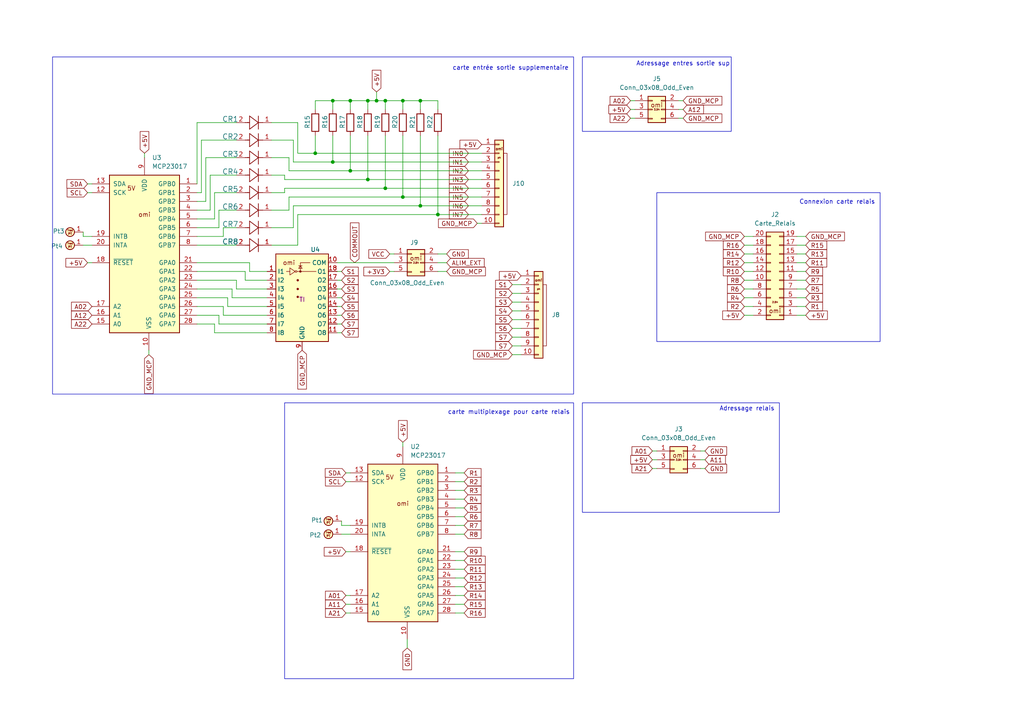
<source format=kicad_sch>
(kicad_sch (version 20231120) (generator "eeschema") (generator_version "8.0")
  (paper "A4")
  (lib_symbols
    (symbol "Device:R" (pin_numbers hide) (pin_names (offset 0))
      (property "Reference" "R" (at 2.032 0 90))
      (property "Value" "R" (at 0 0 90))
      (symbol "R_0_1"
        (rectangle (start -1.016 -2.54) (end 1.016 2.54) (stroke (width 0.254)))
      )
      (symbol "R_1_1"
        (pin passive line (at 0 3.81 270) (length 1.27) (name "~") (number "1"))
        (pin passive line (at 0 -3.81 90) (length 1.27) (name "~") (number "2"))
      )
    )
    (symbol "MCP23017_1" (pin_names (offset 1.016))
      (property "Reference" "U8" (at -6.35 24.13 0))
      (property "Value" "MCP23017" (at 3.81 24.13 0))
      (symbol "MCP23017_1_0_1"
        (rectangle (start -7.62 22.86) (end 12.7 -22.86) (stroke (width 0.254)) (fill (type background)))
      )
      (symbol "MCP23017_1_1_1"
        (text "5V" (at -1.27 19.05 0) (effects (font (size 1.27 1.27))))
        (text "omi" (at 2.54 11.43 0) (effects (font (size 1.27 1.27))))
        (pin bidirectional line (at 17.78 20.32 180) (length 5.08) (name "GPB0") (number "1"))
        (pin input line (at 3.81 -27.94 90) (length 5.08) (name "VSS") (number "10"))
        (pin no_connect line (at -12.7 15.24 0) (length 5.08) hide (name "NC") (number "11"))
        (pin input line (at -12.7 17.78 0) (length 5.08) (name "SCK") (number "12"))
        (pin bidirectional line (at -12.7 20.32 0) (length 5.08) (name "SDA") (number "13"))
        (pin no_connect line (at -12.7 12.7 0) (length 5.08) hide (name "NC") (number "14"))
        (pin input line (at -12.7 -20.32 0) (length 5.08) (name "A0") (number "15"))
        (pin input line (at -12.7 -17.78 0) (length 5.08) (name "A1") (number "16"))
        (pin input line (at -12.7 -15.24 0) (length 5.08) (name "A2") (number "17"))
        (pin input line (at -12.7 -2.54 0) (length 5.08) (name "~{RESET}") (number "18"))
        (pin tri_state line (at -12.7 5.08 0) (length 5.08) (name "INTB") (number "19"))
        (pin bidirectional line (at 17.78 17.78 180) (length 5.08) (name "GPB1") (number "2"))
        (pin tri_state line (at -12.7 2.54 0) (length 5.08) (name "INTA") (number "20"))
        (pin bidirectional line (at 17.78 -2.54 180) (length 5.08) (name "GPA0") (number "21"))
        (pin bidirectional line (at 17.78 -5.08 180) (length 5.08) (name "GPA1") (number "22"))
        (pin bidirectional line (at 17.78 -7.62 180) (length 5.08) (name "GPA2") (number "23"))
        (pin bidirectional line (at 17.78 -10.16 180) (length 5.08) (name "GPA3") (number "24"))
        (pin bidirectional line (at 17.78 -12.7 180) (length 5.08) (name "GPA4") (number "25"))
        (pin bidirectional line (at 17.78 -15.24 180) (length 5.08) (name "GPA5") (number "26"))
        (pin bidirectional line (at 17.78 -17.78 180) (length 5.08) (name "GPA6") (number "27"))
        (pin bidirectional line (at 17.78 -20.32 180) (length 5.08) (name "GPA7") (number "28"))
        (pin bidirectional line (at 17.78 15.24 180) (length 5.08) (name "GPB2") (number "3"))
        (pin bidirectional line (at 17.78 12.7 180) (length 5.08) (name "GPB3") (number "4"))
        (pin bidirectional line (at 17.78 10.16 180) (length 5.08) (name "GPB4") (number "5"))
        (pin bidirectional line (at 17.78 7.62 180) (length 5.08) (name "GPB5") (number "6"))
        (pin bidirectional line (at 17.78 5.08 180) (length 5.08) (name "GPB6") (number "7"))
        (pin bidirectional line (at 17.78 2.54 180) (length 5.08) (name "GPB7") (number "8"))
        (pin power_in line (at 2.54 27.94 270) (length 5.08) (name "VDD") (number "9"))
      )
    )
    (symbol "Omiconnecteur:Conn_02x03_Odd_Even_omi" (pin_names (offset 1.016) hide)
      (property "Reference" "J" (at 1.27 12.7 0))
      (property "Value" "Conn_03x08_Odd_Even" (at 0.762 -0.508 0))
      (symbol "Conn_02x03_Odd_Even_omi_1_1"
        (rectangle (start -1.27 5.08) (end 0 4.826) (stroke (width 0.1524)))
        (rectangle (start -1.27 7.747) (end 0 7.493) (stroke (width 0.1524)))
        (rectangle (start -1.27 10.287) (end 0 10.033) (stroke (width 0.1524)))
        (rectangle (start -1.27 11.43) (end 3.81 3.81) (stroke (width 0.254)) (fill (type background)))
        (rectangle (start 2.54 5.08) (end 3.81 4.826) (stroke (width 0.1524)))
        (rectangle (start 3.81 7.747) (end 2.54 7.493) (stroke (width 0.1524)))
        (rectangle (start 3.81 10.287) (end 2.54 10.033) (stroke (width 0.1524)))
        (text "2.54" (at 1.27 7.62 0) (effects (font (size 0.5 0.5))))
        (text "omi" (at 1.27 8.89 0) (effects (font (size 1.27 1.27))))
        (pin passive line (at -5.08 10.16 0) (length 3.81) (name "Pin_1") (number "1"))
        (pin passive line (at 7.62 10.16 180) (length 3.81) (name "Pin_2") (number "2"))
        (pin passive line (at -5.08 7.62 0) (length 3.81) (name "Pin_3") (number "3"))
        (pin passive line (at 7.62 7.62 180) (length 3.81) (name "Pin_4") (number "4"))
        (pin passive line (at -5.08 5.08 0) (length 3.81) (name "Pin_5") (number "5"))
        (pin passive line (at 7.62 5.08 180) (length 3.81) (name "Pin_6") (number "6"))
      )
    )
    (symbol "Omiconnecteur:Conn_02x10_Odd_Even_omi" (pin_names (offset 1.016) hide)
      (property "Reference" "J" (at 1.27 12.7 0))
      (property "Value" "Conn_02x10_Odd_Even" (at 1.27 -15.24 0))
      (symbol "Conn_02x10_Odd_Even_omi_1_1"
        (rectangle (start -1.27 -12.573) (end 0 -12.827) (stroke (width 0.1524)))
        (rectangle (start -1.27 -10.033) (end 0 -10.287) (stroke (width 0.1524)))
        (rectangle (start -1.27 -7.493) (end 0 -7.747) (stroke (width 0.1524)))
        (rectangle (start -1.27 -4.953) (end 0 -5.207) (stroke (width 0.1524)))
        (rectangle (start -1.27 -2.413) (end 0 -2.667) (stroke (width 0.1524)))
        (rectangle (start -1.27 0.127) (end 0 -0.127) (stroke (width 0.1524)))
        (rectangle (start -1.27 2.667) (end 0 2.413) (stroke (width 0.1524)))
        (rectangle (start -1.27 5.207) (end 0 4.953) (stroke (width 0.1524)))
        (rectangle (start -1.27 7.747) (end 0 7.493) (stroke (width 0.1524)))
        (rectangle (start -1.27 10.287) (end 0 10.033) (stroke (width 0.1524)))
        (rectangle (start -1.27 11.43) (end 3.81 -13.97) (stroke (width 0.254)) (fill (type background)))
        (rectangle (start 3.81 -12.573) (end 2.54 -12.827) (stroke (width 0.1524)))
        (rectangle (start 3.81 -10.033) (end 2.54 -10.287) (stroke (width 0.1524)))
        (rectangle (start 3.81 -7.493) (end 2.54 -7.747) (stroke (width 0.1524)))
        (rectangle (start 3.81 -4.953) (end 2.54 -5.207) (stroke (width 0.1524)))
        (rectangle (start 3.81 -2.413) (end 2.54 -2.667) (stroke (width 0.1524)))
        (rectangle (start 3.81 0.127) (end 2.54 -0.127) (stroke (width 0.1524)))
        (rectangle (start 3.81 2.667) (end 2.54 2.413) (stroke (width 0.1524)))
        (rectangle (start 3.81 5.207) (end 2.54 4.953) (stroke (width 0.1524)))
        (rectangle (start 3.81 7.747) (end 2.54 7.493) (stroke (width 0.1524)))
        (rectangle (start 3.81 10.287) (end 2.54 10.033) (stroke (width 0.1524)))
        (text "2.54" (at 1.27 6.35 0) (effects (font (size 0.5 0.5))))
        (text "omi" (at 1.27 8.89 0) (effects (font (size 1.27 1.27))))
        (pin passive line (at -5.08 10.16 0) (length 3.81) (name "Pin_1") (number "1"))
        (pin passive line (at 7.62 0 180) (length 3.81) (name "Pin_10") (number "10"))
        (pin passive line (at -5.08 -2.54 0) (length 3.81) (name "Pin_11") (number "11"))
        (pin passive line (at 7.62 -2.54 180) (length 3.81) (name "Pin_12") (number "12"))
        (pin passive line (at -5.08 -5.08 0) (length 3.81) (name "Pin_13") (number "13"))
        (pin passive line (at 7.62 -5.08 180) (length 3.81) (name "Pin_14") (number "14"))
        (pin passive line (at -5.08 -7.62 0) (length 3.81) (name "Pin_15") (number "15"))
        (pin passive line (at 7.62 -7.62 180) (length 3.81) (name "Pin_16") (number "16"))
        (pin passive line (at -5.08 -10.16 0) (length 3.81) (name "Pin_17") (number "17"))
        (pin passive line (at 7.62 -10.16 180) (length 3.81) (name "Pin_18") (number "18"))
        (pin passive line (at -5.08 -12.7 0) (length 3.81) (name "Pin_19") (number "19"))
        (pin passive line (at 7.62 10.16 180) (length 3.81) (name "Pin_2") (number "2"))
        (pin passive line (at 7.62 -12.7 180) (length 3.81) (name "Pin_20") (number "20"))
        (pin passive line (at -5.08 7.62 0) (length 3.81) (name "Pin_3") (number "3"))
        (pin passive line (at 7.62 7.62 180) (length 3.81) (name "Pin_4") (number "4"))
        (pin passive line (at -5.08 5.08 0) (length 3.81) (name "Pin_5") (number "5"))
        (pin passive line (at 7.62 5.08 180) (length 3.81) (name "Pin_6") (number "6"))
        (pin passive line (at -5.08 2.54 0) (length 3.81) (name "Pin_7") (number "7"))
        (pin passive line (at 7.62 2.54 180) (length 3.81) (name "Pin_8") (number "8"))
        (pin passive line (at -5.08 0 0) (length 3.81) (name "Pin_9") (number "9"))
      )
    )
    (symbol "Omiconnecteur:Conn_PH_01x10_P2.00mm_trad_vertical" (pin_names (offset 1.016) hide)
      (property "Reference" "J" (at 0 12.7 0))
      (symbol "Conn_PH_01x10_P2.00mm_trad_vertical_0_1"
        (rectangle (start 2.54 7.62) (end 3.556 -10.16))
      )
      (symbol "Conn_PH_01x10_P2.00mm_trad_vertical_1_1"
        (rectangle (start 0 -12.573) (end 1.27 -12.827) (stroke (width 0.1524)))
        (rectangle (start 0 -10.033) (end 1.27 -10.287) (stroke (width 0.1524)))
        (rectangle (start 0 -7.493) (end 1.27 -7.747) (stroke (width 0.1524)))
        (rectangle (start 0 -4.953) (end 1.27 -5.207) (stroke (width 0.1524)))
        (rectangle (start 0 -2.413) (end 1.27 -2.667) (stroke (width 0.1524)))
        (rectangle (start 0 0.127) (end 1.27 -0.127) (stroke (width 0.1524)))
        (rectangle (start 0 2.667) (end 1.27 2.413) (stroke (width 0.1524)))
        (rectangle (start 0 5.207) (end 1.27 4.953) (stroke (width 0.1524)))
        (rectangle (start 0 7.747) (end 1.27 7.493) (stroke (width 0.1524)))
        (rectangle (start 0 10.287) (end 1.27 10.033) (stroke (width 0.1524)))
        (rectangle (start 0 11.43) (end 2.54 -13.716) (stroke (width 0.254)) (fill (type background)))
        (text "omi" (at 1.27 8.89 0) (effects (font (size 0.75 0.75))))
        (text "ph\n" (at 1.27 6.35 0) (effects (font (size 0.5 0.5))))
        (pin passive line (at -3.81 10.16 0) (length 3.81) (name "Pin_1") (number "1"))
        (pin passive line (at -3.81 -12.7 0) (length 3.81) (name "Pin_10") (number "10"))
        (pin passive line (at -3.81 7.62 0) (length 3.81) (name "Pin_2") (number "2"))
        (pin passive line (at -3.81 5.08 0) (length 3.81) (name "Pin_3") (number "3"))
        (pin passive line (at -3.81 2.54 0) (length 3.81) (name "Pin_4") (number "4"))
        (pin passive line (at -3.81 0 0) (length 3.81) (name "Pin_5") (number "5"))
        (pin passive line (at -3.81 -2.54 0) (length 3.81) (name "Pin_6") (number "6"))
        (pin passive line (at -3.81 -5.08 0) (length 3.81) (name "Pin_7") (number "7"))
        (pin passive line (at -3.81 -7.62 0) (length 3.81) (name "Pin_8") (number "8"))
        (pin passive line (at -3.81 -10.16 0) (length 3.81) (name "Pin_9") (number "9"))
      )
    )
    (symbol "Omidiode:BAS170W" (pin_names (offset 0.254))
      (property "Reference" "CR" (at 5.08 4.445 0))
      (property "Value" "BAS170W" (at 5.08 -3.81 0))
      (symbol "BAS170W_0_1"
        (polyline (pts (xy 2.54 0) (xy 3.4798 0)) (stroke (width 0.2032)))
        (polyline (pts (xy 3.175 0) (xy 3.81 0)) (stroke (width 0.2032)))
        (polyline (pts (xy 3.81 -1.905) (xy 6.35 0)) (stroke (width 0.2032)))
        (polyline (pts (xy 3.81 1.905) (xy 3.81 -1.905)) (stroke (width 0.2032)))
        (polyline (pts (xy 6.35 -1.905) (xy 6.35 1.905)) (stroke (width 0.2032)))
        (polyline (pts (xy 6.35 0) (xy 3.81 1.905)) (stroke (width 0.2032)))
        (polyline (pts (xy 6.35 0) (xy 7.62 0)) (stroke (width 0.2032)))
        (pin unspecified line (at 10.16 0 180) (length 2.54) (name "") (number "1"))
        (pin unspecified line (at 0 0 0) (length 2.54) (name "") (number "2"))
      )
    )
    (symbol "Omidivers:PT_trad_1.0mm" (pin_names (offset 1.016) hide)
      (property "Reference" "Pt" (at 0.508 2.286 0))
      (symbol "PT_trad_1.0mm_1_1"
        (circle (center 1.27 0) (radius 1.27) (stroke (width 0.254)) (fill (type background)))
        (text "PT" (at 1.27 0.508 0) (effects (font (size 0.635 0.635))))
        (text "Trad" (at 1.27 -0.508 0) (effects (font (size 0.508 0.508))))
        (pin passive line (at -2.54 0 0) (length 2.54) (name "Pin_1") (number "1"))
      )
    )
    (symbol "Omigpio:MCP23017" (pin_names (offset 1.016))
      (property "Reference" "U8" (at -6.35 24.13 0))
      (property "Value" "MCP23017" (at 3.81 24.13 0))
      (symbol "MCP23017_0_1"
        (rectangle (start -7.62 22.86) (end 12.7 -22.86) (stroke (width 0.254)) (fill (type background)))
      )
      (symbol "MCP23017_1_1"
        (text "5V" (at -1.27 19.05 0) (effects (font (size 1.27 1.27))))
        (text "omi" (at 2.54 11.43 0) (effects (font (size 1.27 1.27))))
        (pin bidirectional line (at 17.78 20.32 180) (length 5.08) (name "GPB0") (number "1"))
        (pin power_in line (at 3.81 -27.94 90) (length 5.08) (name "VSS") (number "10"))
        (pin no_connect line (at -12.7 15.24 0) (length 5.08) hide (name "NC") (number "11"))
        (pin input line (at -12.7 17.78 0) (length 5.08) (name "SCK") (number "12"))
        (pin bidirectional line (at -12.7 20.32 0) (length 5.08) (name "SDA") (number "13"))
        (pin no_connect line (at -12.7 12.7 0) (length 5.08) hide (name "NC") (number "14"))
        (pin input line (at -12.7 -20.32 0) (length 5.08) (name "A0") (number "15"))
        (pin input line (at -12.7 -17.78 0) (length 5.08) (name "A1") (number "16"))
        (pin input line (at -12.7 -15.24 0) (length 5.08) (name "A2") (number "17"))
        (pin input line (at -12.7 -2.54 0) (length 5.08) (name "~{RESET}") (number "18"))
        (pin tri_state line (at -12.7 5.08 0) (length 5.08) (name "INTB") (number "19"))
        (pin bidirectional line (at 17.78 17.78 180) (length 5.08) (name "GPB1") (number "2"))
        (pin tri_state line (at -12.7 2.54 0) (length 5.08) (name "INTA") (number "20"))
        (pin bidirectional line (at 17.78 -2.54 180) (length 5.08) (name "GPA0") (number "21"))
        (pin bidirectional line (at 17.78 -5.08 180) (length 5.08) (name "GPA1") (number "22"))
        (pin bidirectional line (at 17.78 -7.62 180) (length 5.08) (name "GPA2") (number "23"))
        (pin bidirectional line (at 17.78 -10.16 180) (length 5.08) (name "GPA3") (number "24"))
        (pin bidirectional line (at 17.78 -12.7 180) (length 5.08) (name "GPA4") (number "25"))
        (pin bidirectional line (at 17.78 -15.24 180) (length 5.08) (name "GPA5") (number "26"))
        (pin bidirectional line (at 17.78 -17.78 180) (length 5.08) (name "GPA6") (number "27"))
        (pin bidirectional line (at 17.78 -20.32 180) (length 5.08) (name "GPA7") (number "28"))
        (pin bidirectional line (at 17.78 15.24 180) (length 5.08) (name "GPB2") (number "3"))
        (pin bidirectional line (at 17.78 12.7 180) (length 5.08) (name "GPB3") (number "4"))
        (pin bidirectional line (at 17.78 10.16 180) (length 5.08) (name "GPB4") (number "5"))
        (pin bidirectional line (at 17.78 7.62 180) (length 5.08) (name "GPB5") (number "6"))
        (pin bidirectional line (at 17.78 5.08 180) (length 5.08) (name "GPB6") (number "7"))
        (pin bidirectional line (at 17.78 2.54 180) (length 5.08) (name "GPB7") (number "8"))
        (pin power_in line (at 2.54 27.94 270) (length 5.08) (name "VDD") (number "9"))
      )
    )
    (symbol "Omigpio:ULN2803ADWR"
      (property "Reference" "U9" (at 0 14.3043 0))
      (property "Value" "ULN2803ADWR" (at 0 11.8801 0))
      (property "Fabriquant" "TI" (at 0 0 0))
      (property "fabreference" "ULN2803ADWR" (at 0 0 0))
      (property "Distributeur1" "RS:646-6311P" (at 0 0 0))
      (property "Distributeur2" "F:1652419" (at 0 0 0))
      (property "Distributeur3" "DK:296-15777-1-ND" (at 0 0 0))
      (symbol "ULN2803ADWR_0_1"
        (rectangle (start -7.62 10.16) (end 7.62 -15.24) (stroke (width 0.254)) (fill (type background)))
        (circle (center -1.778 5.08) (radius 0.254))
        (circle (center -1.27 -2.286) (radius 0.254) (fill (type outline)))
        (circle (center -1.27 0) (radius 0.254) (fill (type outline)))
        (circle (center -1.27 2.54) (radius 0.254) (fill (type outline)))
        (circle (center -0.508 5.08) (radius 0.254) (fill (type outline)))
        (polyline (pts (xy -4.572 5.08) (xy -3.556 5.08)))
        (polyline (pts (xy -1.524 5.08) (xy 4.064 5.08)))
        (polyline (pts (xy 0 6.731) (xy -1.016 6.731)))
        (polyline (pts (xy -0.508 5.08) (xy -0.508 7.62) (xy 2.286 7.62)))
        (polyline (pts (xy -3.556 6.096) (xy -3.556 4.064) (xy -2.032 5.08) (xy -3.556 6.096)))
        (polyline (pts (xy 0 5.969) (xy -1.016 5.969) (xy -0.508 6.731) (xy 0 5.969)))
      )
      (symbol "ULN2803ADWR_1_1"
        (text "omi" (at -3.81 7.62 0) (effects (font (size 1.27 1.27))))
        (pin input line (at -10.16 5.08 0) (length 2.54) (name "I1") (number "1"))
        (pin passive line (at 10.16 7.62 180) (length 2.54) (name "COM") (number "10"))
        (pin open_collector line (at 10.16 -12.7 180) (length 2.54) (name "O8") (number "11"))
        (pin open_collector line (at 10.16 -10.16 180) (length 2.54) (name "O7") (number "12"))
        (pin open_collector line (at 10.16 -7.62 180) (length 2.54) (name "O6") (number "13"))
        (pin open_collector line (at 10.16 -5.08 180) (length 2.54) (name "O5") (number "14"))
        (pin open_collector line (at 10.16 -2.54 180) (length 2.54) (name "O4") (number "15"))
        (pin open_collector line (at 10.16 0 180) (length 2.54) (name "O3") (number "16"))
        (pin open_collector line (at 10.16 2.54 180) (length 2.54) (name "O2") (number "17"))
        (pin open_collector line (at 10.16 5.08 180) (length 2.54) (name "O1") (number "18"))
        (pin input line (at -10.16 2.54 0) (length 2.54) (name "I2") (number "2"))
        (pin input line (at -10.16 0 0) (length 2.54) (name "I3") (number "3"))
        (pin input line (at -10.16 -2.54 0) (length 2.54) (name "I4") (number "4"))
        (pin input line (at -10.16 -5.08 0) (length 2.54) (name "I5") (number "5"))
        (pin input line (at -10.16 -7.62 0) (length 2.54) (name "I6") (number "6"))
        (pin input line (at -10.16 -10.16 0) (length 2.54) (name "I7") (number "7"))
        (pin input line (at -10.16 -12.7 0) (length 2.54) (name "I8") (number "8"))
        (pin input line (at 0 -17.78 90) (length 2.54) (name "GND") (number "9"))
      )
    )
  )
  (junction (at 101.6 49.53))
  (junction (at 101.6 29.21))
  (junction (at 96.52 29.21))
  (junction (at 91.44 44.45))
  (junction (at 121.92 29.21))
  (junction (at 109.22 29.21))
  (junction (at 106.68 52.07))
  (junction (at 106.68 29.21))
  (junction (at 116.84 29.21))
  (junction (at 116.84 57.15))
  (junction (at 127 62.23))
  (junction (at 111.76 54.61))
  (junction (at 121.92 59.69))
  (junction (at 96.52 46.99))
  (junction (at 111.76 29.21))
  (wire (pts (xy 127 39.37) (xy 127 62.23)))
  (wire (pts (xy 86.36 62.23) (xy 86.36 71.12)))
  (wire (pts (xy 233.68 88.9) (xy 231.14 88.9)))
  (wire (pts (xy 62.23 96.52) (xy 62.23 93.98)))
  (wire (pts (xy 233.68 78.74) (xy 231.14 78.74)))
  (wire (pts (xy 109.22 29.21) (xy 111.76 29.21)))
  (wire (pts (xy 113.03 78.74) (xy 114.3 78.74)))
  (wire (pts (xy 57.15 63.5) (xy 62.23 63.5)))
  (wire (pts (xy 148.59 82.55) (xy 151.13 82.55)))
  (wire (pts (xy 233.68 73.66) (xy 231.14 73.66)))
  (wire (pts (xy 25.4 76.2) (xy 26.67 76.2)))
  (wire (pts (xy 99.06 81.28) (xy 97.79 81.28)))
  (wire (pts (xy 215.9 91.44) (xy 218.44 91.44)))
  (wire (pts (xy 60.96 60.96) (xy 57.15 60.96)))
  (wire (pts (xy 129.54 76.2) (xy 127 76.2)))
  (wire (pts (xy 96.52 29.21) (xy 101.6 29.21)))
  (wire (pts (xy 57.15 71.12) (xy 68.58 71.12)))
  (wire (pts (xy 116.84 39.37) (xy 116.84 57.15)))
  (wire (pts (xy 198.12 34.29) (xy 196.85 34.29)))
  (wire (pts (xy 68.58 83.82) (xy 77.47 83.82)))
  (wire (pts (xy 97.79 76.2) (xy 114.3 76.2)))
  (wire (pts (xy 71.12 81.28) (xy 71.12 78.74)))
  (wire (pts (xy 64.77 91.44) (xy 77.47 91.44)))
  (wire (pts (xy 129.54 78.74) (xy 127 78.74)))
  (wire (pts (xy 62.23 93.98) (xy 57.15 93.98)))
  (wire (pts (xy 63.5 66.04) (xy 63.5 60.96)))
  (wire (pts (xy 182.88 29.21) (xy 184.15 29.21)))
  (wire (pts (xy 101.6 39.37) (xy 101.6 49.53)))
  (wire (pts (xy 62.23 55.88) (xy 68.58 55.88)))
  (wire (pts (xy 78.74 60.96) (xy 83.82 60.96)))
  (wire (pts (xy 101.6 152.4) (xy 99.06 152.4)))
  (wire (pts (xy 204.47 130.81) (xy 203.2 130.81)))
  (wire (pts (xy 215.9 83.82) (xy 218.44 83.82)))
  (wire (pts (xy 198.12 31.75) (xy 196.85 31.75)))
  (wire (pts (xy 134.62 167.64) (xy 132.08 167.64)))
  (wire (pts (xy 96.52 46.99) (xy 139.7 46.99)))
  (wire (pts (xy 134.62 137.16) (xy 132.08 137.16)))
  (wire (pts (xy 121.92 39.37) (xy 121.92 59.69)))
  (wire (pts (xy 57.15 35.56) (xy 57.15 53.34)))
  (wire (pts (xy 134.62 144.78) (xy 132.08 144.78)))
  (wire (pts (xy 43.18 102.87) (xy 43.18 101.6)))
  (wire (pts (xy 59.69 45.72) (xy 68.58 45.72)))
  (wire (pts (xy 86.36 44.45) (xy 91.44 44.45)))
  (wire (pts (xy 127 31.75) (xy 127 29.21)))
  (wire (pts (xy 148.59 87.63) (xy 151.13 87.63)))
  (wire (pts (xy 127 62.23) (xy 139.7 62.23)))
  (wire (pts (xy 106.68 29.21) (xy 106.68 31.75)))
  (wire (pts (xy 101.6 31.75) (xy 101.6 29.21)))
  (wire (pts (xy 85.09 46.99) (xy 85.09 40.64)))
  (wire (pts (xy 86.36 62.23) (xy 127 62.23)))
  (wire (pts (xy 204.47 135.89) (xy 203.2 135.89)))
  (wire (pts (xy 127 29.21) (xy 121.92 29.21)))
  (wire (pts (xy 83.82 49.53) (xy 101.6 49.53)))
  (wire (pts (xy 59.69 58.42) (xy 59.69 45.72)))
  (wire (pts (xy 64.77 91.44) (xy 64.77 88.9)))
  (wire (pts (xy 71.12 78.74) (xy 57.15 78.74)))
  (wire (pts (xy 57.15 68.58) (xy 64.77 68.58)))
  (wire (pts (xy 134.62 147.32) (xy 132.08 147.32)))
  (wire (pts (xy 121.92 59.69) (xy 139.7 59.69)))
  (wire (pts (xy 41.91 44.45) (xy 41.91 45.72)))
  (wire (pts (xy 233.68 76.2) (xy 231.14 76.2)))
  (wire (pts (xy 66.04 88.9) (xy 66.04 86.36)))
  (wire (pts (xy 66.04 86.36) (xy 57.15 86.36)))
  (wire (pts (xy 99.06 86.36) (xy 97.79 86.36)))
  (wire (pts (xy 67.31 86.36) (xy 77.47 86.36)))
  (wire (pts (xy 68.58 83.82) (xy 68.58 81.28)))
  (wire (pts (xy 91.44 29.21) (xy 96.52 29.21)))
  (wire (pts (xy 215.9 76.2) (xy 218.44 76.2)))
  (wire (pts (xy 148.59 100.33) (xy 151.13 100.33)))
  (wire (pts (xy 138.43 64.77) (xy 139.7 64.77)))
  (wire (pts (xy 83.82 57.15) (xy 116.84 57.15)))
  (wire (pts (xy 134.62 149.86) (xy 132.08 149.86)))
  (wire (pts (xy 96.52 31.75) (xy 96.52 29.21)))
  (wire (pts (xy 99.06 93.98) (xy 97.79 93.98)))
  (wire (pts (xy 215.9 71.12) (xy 218.44 71.12)))
  (wire (pts (xy 82.55 54.61) (xy 111.76 54.61)))
  (wire (pts (xy 68.58 50.8) (xy 60.96 50.8)))
  (wire (pts (xy 148.59 92.71) (xy 151.13 92.71)))
  (wire (pts (xy 134.62 172.72) (xy 132.08 172.72)))
  (wire (pts (xy 64.77 66.04) (xy 68.58 66.04)))
  (wire (pts (xy 25.4 53.34) (xy 26.67 53.34)))
  (wire (pts (xy 96.52 39.37) (xy 96.52 46.99)))
  (wire (pts (xy 83.82 60.96) (xy 83.82 57.15)))
  (wire (pts (xy 24.13 71.12) (xy 26.67 71.12)))
  (wire (pts (xy 99.06 154.94) (xy 101.6 154.94)))
  (wire (pts (xy 121.92 31.75) (xy 121.92 29.21)))
  (wire (pts (xy 182.88 34.29) (xy 184.15 34.29)))
  (wire (pts (xy 63.5 60.96) (xy 68.58 60.96)))
  (wire (pts (xy 101.6 29.21) (xy 106.68 29.21)))
  (wire (pts (xy 233.68 81.28) (xy 231.14 81.28)))
  (wire (pts (xy 113.03 73.66) (xy 114.3 73.66)))
  (wire (pts (xy 100.33 177.8) (xy 101.6 177.8)))
  (wire (pts (xy 78.74 35.56) (xy 86.36 35.56)))
  (wire (pts (xy 116.84 57.15) (xy 139.7 57.15)))
  (wire (pts (xy 62.23 96.52) (xy 77.47 96.52)))
  (wire (pts (xy 189.23 133.35) (xy 190.5 133.35)))
  (wire (pts (xy 134.62 177.8) (xy 132.08 177.8)))
  (wire (pts (xy 215.9 86.36) (xy 218.44 86.36)))
  (wire (pts (xy 215.9 73.66) (xy 218.44 73.66)))
  (wire (pts (xy 99.06 78.74) (xy 97.79 78.74)))
  (wire (pts (xy 99.06 91.44) (xy 97.79 91.44)))
  (wire (pts (xy 109.22 29.21) (xy 106.68 29.21)))
  (wire (pts (xy 106.68 39.37) (xy 106.68 52.07)))
  (wire (pts (xy 83.82 49.53) (xy 83.82 45.72)))
  (wire (pts (xy 116.84 128.27) (xy 116.84 129.54)))
  (wire (pts (xy 215.9 78.74) (xy 218.44 78.74)))
  (wire (pts (xy 100.33 139.7) (xy 101.6 139.7)))
  (wire (pts (xy 189.23 135.89) (xy 190.5 135.89)))
  (wire (pts (xy 82.55 50.8) (xy 82.55 52.07)))
  (wire (pts (xy 148.59 102.87) (xy 151.13 102.87)))
  (wire (pts (xy 72.39 78.74) (xy 77.47 78.74)))
  (wire (pts (xy 67.31 83.82) (xy 57.15 83.82)))
  (wire (pts (xy 129.54 73.66) (xy 127 73.66)))
  (wire (pts (xy 121.92 29.21) (xy 116.84 29.21)))
  (wire (pts (xy 78.74 55.88) (xy 82.55 55.88)))
  (wire (pts (xy 148.59 95.25) (xy 151.13 95.25)))
  (wire (pts (xy 99.06 88.9) (xy 97.79 88.9)))
  (wire (pts (xy 215.9 81.28) (xy 218.44 81.28)))
  (wire (pts (xy 111.76 54.61) (xy 139.7 54.61)))
  (wire (pts (xy 100.33 172.72) (xy 101.6 172.72)))
  (wire (pts (xy 64.77 68.58) (xy 64.77 66.04)))
  (wire (pts (xy 25.4 55.88) (xy 26.67 55.88)))
  (wire (pts (xy 100.33 175.26) (xy 101.6 175.26)))
  (wire (pts (xy 148.59 90.17) (xy 151.13 90.17)))
  (wire (pts (xy 233.68 86.36) (xy 231.14 86.36)))
  (wire (pts (xy 85.09 59.69) (xy 85.09 66.04)))
  (wire (pts (xy 62.23 63.5) (xy 62.23 55.88)))
  (wire (pts (xy 68.58 35.56) (xy 57.15 35.56)))
  (wire (pts (xy 66.04 88.9) (xy 77.47 88.9)))
  (wire (pts (xy 71.12 81.28) (xy 77.47 81.28)))
  (wire (pts (xy 85.09 59.69) (xy 121.92 59.69)))
  (wire (pts (xy 67.31 86.36) (xy 67.31 83.82)))
  (wire (pts (xy 109.22 26.67) (xy 109.22 29.21)))
  (wire (pts (xy 57.15 58.42) (xy 59.69 58.42)))
  (wire (pts (xy 78.74 71.12) (xy 86.36 71.12)))
  (wire (pts (xy 215.9 88.9) (xy 218.44 88.9)))
  (wire (pts (xy 134.62 139.7) (xy 132.08 139.7)))
  (wire (pts (xy 189.23 130.81) (xy 190.5 130.81)))
  (wire (pts (xy 91.44 31.75) (xy 91.44 29.21)))
  (wire (pts (xy 78.74 40.64) (xy 85.09 40.64)))
  (wire (pts (xy 215.9 68.58) (xy 218.44 68.58)))
  (wire (pts (xy 68.58 40.64) (xy 58.42 40.64)))
  (wire (pts (xy 26.67 68.58) (xy 24.13 68.58)))
  (wire (pts (xy 231.14 68.58) (xy 233.68 68.58)))
  (wire (pts (xy 198.12 29.21) (xy 196.85 29.21)))
  (wire (pts (xy 58.42 40.64) (xy 58.42 55.88)))
  (wire (pts (xy 60.96 50.8) (xy 60.96 60.96)))
  (wire (pts (xy 99.06 83.82) (xy 97.79 83.82)))
  (wire (pts (xy 116.84 31.75) (xy 116.84 29.21)))
  (wire (pts (xy 91.44 44.45) (xy 139.7 44.45)))
  (wire (pts (xy 68.58 81.28) (xy 57.15 81.28)))
  (wire (pts (xy 63.5 91.44) (xy 57.15 91.44)))
  (wire (pts (xy 82.55 52.07) (xy 106.68 52.07)))
  (wire (pts (xy 101.6 49.53) (xy 139.7 49.53)))
  (wire (pts (xy 72.39 76.2) (xy 57.15 76.2)))
  (wire (pts (xy 57.15 66.04) (xy 63.5 66.04)))
  (wire (pts (xy 99.06 96.52) (xy 97.79 96.52)))
  (wire (pts (xy 233.68 71.12) (xy 231.14 71.12)))
  (wire (pts (xy 118.11 187.96) (xy 118.11 185.42)))
  (wire (pts (xy 233.68 83.82) (xy 231.14 83.82)))
  (wire (pts (xy 116.84 29.21) (xy 111.76 29.21)))
  (wire (pts (xy 148.59 85.09) (xy 151.13 85.09)))
  (wire (pts (xy 148.59 97.79) (xy 151.13 97.79)))
  (wire (pts (xy 82.55 55.88) (xy 82.55 54.61)))
  (wire (pts (xy 85.09 46.99) (xy 96.52 46.99)))
  (wire (pts (xy 24.13 68.58) (xy 24.13 67.31)))
  (wire (pts (xy 134.62 160.02) (xy 132.08 160.02)))
  (wire (pts (xy 100.33 160.02) (xy 101.6 160.02)))
  (wire (pts (xy 111.76 31.75) (xy 111.76 29.21)))
  (wire (pts (xy 134.62 170.18) (xy 132.08 170.18)))
  (wire (pts (xy 134.62 175.26) (xy 132.08 175.26)))
  (wire (pts (xy 111.76 39.37) (xy 111.76 54.61)))
  (wire (pts (xy 134.62 165.1) (xy 132.08 165.1)))
  (wire (pts (xy 58.42 55.88) (xy 57.15 55.88)))
  (wire (pts (xy 134.62 152.4) (xy 132.08 152.4)))
  (wire (pts (xy 78.74 50.8) (xy 82.55 50.8)))
  (wire (pts (xy 63.5 93.98) (xy 77.47 93.98)))
  (wire (pts (xy 134.62 162.56) (xy 132.08 162.56)))
  (wire (pts (xy 99.06 152.4) (xy 99.06 151.13)))
  (wire (pts (xy 231.14 91.44) (xy 233.68 91.44)))
  (wire (pts (xy 100.33 137.16) (xy 101.6 137.16)))
  (wire (pts (xy 134.62 142.24) (xy 132.08 142.24)))
  (wire (pts (xy 86.36 35.56) (xy 86.36 44.45)))
  (wire (pts (xy 78.74 45.72) (xy 83.82 45.72)))
  (wire (pts (xy 182.88 31.75) (xy 184.15 31.75)))
  (wire (pts (xy 72.39 78.74) (xy 72.39 76.2)))
  (wire (pts (xy 78.74 66.04) (xy 85.09 66.04)))
  (wire (pts (xy 134.62 154.94) (xy 132.08 154.94)))
  (wire (pts (xy 63.5 93.98) (xy 63.5 91.44)))
  (wire (pts (xy 106.68 52.07) (xy 139.7 52.07)))
  (wire (pts (xy 204.47 133.35) (xy 203.2 133.35)))
  (wire (pts (xy 64.77 88.9) (xy 57.15 88.9)))
  (wire (pts (xy 91.44 39.37) (xy 91.44 44.45)))
  (rectangle (start 168.91 116.84) (end 226.06 148.59))
  (rectangle (start 190.5 55.88) (end 255.27 99.06))
  (rectangle (start 168.91 16.51) (end 212.09 38.1))
  (rectangle (start 15.24 16.51) (end 166.37 114.3))
  (rectangle (start 82.55 116.84) (end 166.37 196.85))
  (text "carte entrée sortie supplementaire \n" (at 148.59 19.812 0) (effects (font (size 1.27 1.27))))
  (text "Adressage relais\n\n" (at 216.662 119.634 0) (effects (font (size 1.27 1.27))))
  (text "carte multiplexage pour carte relais \n" (at 148.082 119.634 0) (effects (font (size 1.27 1.27))))
  (text "Adressage entres sortie sup\n" (at 198.12 18.542 0) (effects (font (size 1.27 1.27))))
  (text "Connexion carte relais\n" (at 242.824 58.674 0) (effects (font (size 1.27 1.27))))
  (global_label "A21" (shape input) (at 100.33 177.8 180) (property "Intersheetrefs" "${INTERSHEET_REFS}" (effects (hide yes))))
  (global_label "+5V" (shape input) (at 116.84 128.27 90) (property "Intersheetrefs" "${INTERSHEET_REFS}" (effects (hide yes))))
  (global_label "GND_MCP" (shape input) (at 198.12 34.29 0) (property "Intersheetrefs" "${INTERSHEET_REFS}" (effects (hide yes))))
  (global_label "S7" (shape input) (at 99.06 93.98 0) (property "Intersheetrefs" "${INTERSHEET_REFS}" (effects (hide yes))))
  (global_label "R11" (shape input) (at 233.68 76.2 0) (property "Intersheetrefs" "${INTERSHEET_REFS}" (effects (hide yes))))
  (global_label "GND" (shape input) (at 204.47 135.89 0) (property "Intersheetrefs" "${INTERSHEET_REFS}" (effects (hide yes))))
  (global_label "SDA" (shape input) (at 25.4 53.34 180) (property "Intersheetrefs" "${INTERSHEET_REFS}" (effects (hide yes))))
  (global_label "A12" (shape input) (at 198.12 31.75 0) (property "Intersheetrefs" "${INTERSHEET_REFS}" (effects (hide yes))))
  (global_label "IN5" (shape input) (at 135.89 57.15 180) (property "Intersheetrefs" "${INTERSHEET_REFS}" (effects (hide yes))))
  (global_label "GND_MCP" (shape input) (at 43.18 102.87 270) (property "Intersheetrefs" "${INTERSHEET_REFS}" (effects (hide yes))))
  (global_label "R5" (shape input) (at 233.68 83.82 0) (property "Intersheetrefs" "${INTERSHEET_REFS}" (effects (hide yes))))
  (global_label "GND" (shape input) (at 129.54 73.66 0) (property "Intersheetrefs" "${INTERSHEET_REFS}" (effects (hide yes))))
  (global_label "R4" (shape input) (at 134.62 144.78 0) (property "Intersheetrefs" "${INTERSHEET_REFS}" (effects (hide yes))))
  (global_label "GND_MCP" (shape input) (at 215.9 68.58 180) (property "Intersheetrefs" "${INTERSHEET_REFS}" (effects (hide yes))))
  (global_label "R7" (shape input) (at 134.62 152.4 0) (property "Intersheetrefs" "${INTERSHEET_REFS}" (effects (hide yes))))
  (global_label "GND" (shape input) (at 118.11 187.96 270) (property "Intersheetrefs" "${INTERSHEET_REFS}" (effects (hide yes))))
  (global_label "R15" (shape input) (at 134.62 175.26 0) (property "Intersheetrefs" "${INTERSHEET_REFS}" (effects (hide yes))))
  (global_label "R2" (shape input) (at 215.9 88.9 180) (property "Intersheetrefs" "${INTERSHEET_REFS}" (effects (hide yes))))
  (global_label "R11" (shape input) (at 134.62 165.1 0) (property "Intersheetrefs" "${INTERSHEET_REFS}" (effects (hide yes))))
  (global_label "R16" (shape input) (at 134.62 177.8 0) (property "Intersheetrefs" "${INTERSHEET_REFS}" (effects (hide yes))))
  (global_label "GND_MCP" (shape input) (at 129.54 78.74 0) (property "Intersheetrefs" "${INTERSHEET_REFS}" (effects (hide yes))))
  (global_label "R14" (shape input) (at 215.9 73.66 180) (property "Intersheetrefs" "${INTERSHEET_REFS}" (effects (hide yes))))
  (global_label "R12" (shape input) (at 134.62 167.64 0) (property "Intersheetrefs" "${INTERSHEET_REFS}" (effects (hide yes))))
  (global_label "+5V" (shape input) (at 189.23 133.35 180) (property "Intersheetrefs" "${INTERSHEET_REFS}" (effects (hide yes))))
  (global_label "R2" (shape input) (at 134.62 139.7 0) (property "Intersheetrefs" "${INTERSHEET_REFS}" (effects (hide yes))))
  (global_label "+5V" (shape input) (at 151.13 80.01 180) (property "Intersheetrefs" "${INTERSHEET_REFS}" (effects (hide yes))))
  (global_label "R16" (shape input) (at 215.9 71.12 180) (property "Intersheetrefs" "${INTERSHEET_REFS}" (effects (hide yes))))
  (global_label "A01" (shape input) (at 100.33 172.72 180) (property "Intersheetrefs" "${INTERSHEET_REFS}" (effects (hide yes))))
  (global_label "S1" (shape input) (at 99.06 78.74 0) (property "Intersheetrefs" "${INTERSHEET_REFS}" (effects (hide yes))))
  (global_label "R7" (shape input) (at 233.68 81.28 0) (property "Intersheetrefs" "${INTERSHEET_REFS}" (effects (hide yes))))
  (global_label "S7" (shape input) (at 148.59 97.79 180) (property "Intersheetrefs" "${INTERSHEET_REFS}" (effects (hide yes))))
  (global_label "R15" (shape input) (at 233.68 71.12 0) (property "Intersheetrefs" "${INTERSHEET_REFS}" (effects (hide yes))))
  (global_label "R3" (shape input) (at 134.62 142.24 0) (property "Intersheetrefs" "${INTERSHEET_REFS}" (effects (hide yes))))
  (global_label "S1" (shape input) (at 148.59 82.55 180) (property "Intersheetrefs" "${INTERSHEET_REFS}" (effects (hide yes))))
  (global_label "S6" (shape input) (at 148.59 95.25 180) (property "Intersheetrefs" "${INTERSHEET_REFS}" (effects (hide yes))))
  (global_label "R4" (shape input) (at 215.9 86.36 180) (property "Intersheetrefs" "${INTERSHEET_REFS}" (effects (hide yes))))
  (global_label "R8" (shape input) (at 134.62 154.94 0) (property "Intersheetrefs" "${INTERSHEET_REFS}" (effects (hide yes))))
  (global_label "+5V" (shape input) (at 233.68 91.44 0) (property "Intersheetrefs" "${INTERSHEET_REFS}" (effects (hide yes))))
  (global_label "IN6" (shape input) (at 135.89 59.69 180) (property "Intersheetrefs" "${INTERSHEET_REFS}" (effects (hide yes))))
  (global_label "IN2" (shape input) (at 135.89 49.53 180) (property "Intersheetrefs" "${INTERSHEET_REFS}" (effects (hide yes))))
  (global_label "R1" (shape input) (at 134.62 137.16 0) (property "Intersheetrefs" "${INTERSHEET_REFS}" (effects (hide yes))))
  (global_label "R6" (shape input) (at 215.9 83.82 180) (property "Intersheetrefs" "${INTERSHEET_REFS}" (effects (hide yes))))
  (global_label "+5V" (shape input) (at 41.91 44.45 90) (property "Intersheetrefs" "${INTERSHEET_REFS}" (effects (hide yes))))
  (global_label "SCL" (shape input) (at 100.33 139.7 180) (property "Intersheetrefs" "${INTERSHEET_REFS}" (effects (hide yes))))
  (global_label "S6" (shape input) (at 99.06 91.44 0) (property "Intersheetrefs" "${INTERSHEET_REFS}" (effects (hide yes))))
  (global_label "R12" (shape input) (at 215.9 76.2 180) (property "Intersheetrefs" "${INTERSHEET_REFS}" (effects (hide yes))))
  (global_label "S3" (shape input) (at 148.59 87.63 180) (property "Intersheetrefs" "${INTERSHEET_REFS}" (effects (hide yes))))
  (global_label "GND_MCP" (shape input) (at 87.63 101.6 270) (property "Intersheetrefs" "${INTERSHEET_REFS}" (effects (hide yes))))
  (global_label "R1" (shape input) (at 233.68 88.9 0) (property "Intersheetrefs" "${INTERSHEET_REFS}" (effects (hide yes))))
  (global_label "GND_MCP" (shape input) (at 148.59 102.87 180) (property "Intersheetrefs" "${INTERSHEET_REFS}" (effects (hide yes))))
  (global_label "A22" (shape input) (at 26.67 93.98 180) (property "Intersheetrefs" "${INTERSHEET_REFS}" (effects (hide yes))))
  (global_label "R13" (shape input) (at 134.62 170.18 0) (property "Intersheetrefs" "${INTERSHEET_REFS}" (effects (hide yes))))
  (global_label "R10" (shape input) (at 134.62 162.56 0) (property "Intersheetrefs" "${INTERSHEET_REFS}" (effects (hide yes))))
  (global_label "GND_MCP" (shape input) (at 233.68 68.58 0) (property "Intersheetrefs" "${INTERSHEET_REFS}" (effects (hide yes))))
  (global_label "A12" (shape input) (at 26.67 91.44 180) (property "Intersheetrefs" "${INTERSHEET_REFS}" (effects (hide yes))))
  (global_label "S7" (shape input) (at 148.59 100.33 180) (property "Intersheetrefs" "${INTERSHEET_REFS}" (effects (hide yes))))
  (global_label "S2" (shape input) (at 148.59 85.09 180) (property "Intersheetrefs" "${INTERSHEET_REFS}" (effects (hide yes))))
  (global_label "S4" (shape input) (at 148.59 90.17 180) (property "Intersheetrefs" "${INTERSHEET_REFS}" (effects (hide yes))))
  (global_label "R10" (shape input) (at 215.9 78.74 180) (property "Intersheetrefs" "${INTERSHEET_REFS}" (effects (hide yes))))
  (global_label "+5V" (shape input) (at 139.7 41.91 180) (property "Intersheetrefs" "${INTERSHEET_REFS}" (effects (hide yes))))
  (global_label "A11" (shape input) (at 100.33 175.26 180) (property "Intersheetrefs" "${INTERSHEET_REFS}" (effects (hide yes))))
  (global_label "R9" (shape input) (at 233.68 78.74 0) (property "Intersheetrefs" "${INTERSHEET_REFS}" (effects (hide yes))))
  (global_label "+5V" (shape input) (at 109.22 26.67 90) (property "Intersheetrefs" "${INTERSHEET_REFS}" (effects (hide yes))))
  (global_label "R3" (shape input) (at 233.68 86.36 0) (property "Intersheetrefs" "${INTERSHEET_REFS}" (effects (hide yes))))
  (global_label "A02" (shape input) (at 182.88 29.21 180) (property "Intersheetrefs" "${INTERSHEET_REFS}" (effects (hide yes))))
  (global_label "IN7" (shape input) (at 135.89 62.23 180) (property "Intersheetrefs" "${INTERSHEET_REFS}" (effects (hide yes))))
  (global_label "VCC" (shape input) (at 113.03 73.66 180) (property "Intersheetrefs" "${INTERSHEET_REFS}" (effects (hide yes))))
  (global_label "R9" (shape input) (at 134.62 160.02 0) (property "Intersheetrefs" "${INTERSHEET_REFS}" (effects (hide yes))))
  (global_label "IN4" (shape input) (at 135.89 54.61 180) (property "Intersheetrefs" "${INTERSHEET_REFS}" (effects (hide yes))))
  (global_label "GND_MCP" (shape input) (at 198.12 29.21 0) (property "Intersheetrefs" "${INTERSHEET_REFS}" (effects (hide yes))))
  (global_label "IN0" (shape input) (at 135.89 44.45 180) (property "Intersheetrefs" "${INTERSHEET_REFS}" (effects (hide yes))))
  (global_label "A22" (shape input) (at 182.88 34.29 180) (property "Intersheetrefs" "${INTERSHEET_REFS}" (effects (hide yes))))
  (global_label "S7" (shape input) (at 99.06 96.52 0) (property "Intersheetrefs" "${INTERSHEET_REFS}" (effects (hide yes))))
  (global_label "GND_MCP" (shape input) (at 138.43 64.77 180) (property "Intersheetrefs" "${INTERSHEET_REFS}" (effects (hide yes))))
  (global_label "+5V" (shape input) (at 215.9 91.44 180) (property "Intersheetrefs" "${INTERSHEET_REFS}" (effects (hide yes))))
  (global_label "R5" (shape input) (at 134.62 147.32 0) (property "Intersheetrefs" "${INTERSHEET_REFS}" (effects (hide yes))))
  (global_label "S5" (shape input) (at 148.59 92.71 180) (property "Intersheetrefs" "${INTERSHEET_REFS}" (effects (hide yes))))
  (global_label "R14" (shape input) (at 134.62 172.72 0) (property "Intersheetrefs" "${INTERSHEET_REFS}" (effects (hide yes))))
  (global_label "S3" (shape input) (at 99.06 83.82 0) (property "Intersheetrefs" "${INTERSHEET_REFS}" (effects (hide yes))))
  (global_label "SDA" (shape input) (at 100.33 137.16 180) (property "Intersheetrefs" "${INTERSHEET_REFS}" (effects (hide yes))))
  (global_label "SCL" (shape input) (at 25.4 55.88 180) (property "Intersheetrefs" "${INTERSHEET_REFS}" (effects (hide yes))))
  (global_label "A01" (shape input) (at 189.23 130.81 180) (property "Intersheetrefs" "${INTERSHEET_REFS}" (effects (hide yes))))
  (global_label "+5V" (shape input) (at 100.33 160.02 180) (property "Intersheetrefs" "${INTERSHEET_REFS}" (effects (hide yes))))
  (global_label "R13" (shape input) (at 233.68 73.66 0) (property "Intersheetrefs" "${INTERSHEET_REFS}" (effects (hide yes))))
  (global_label "+5V" (shape input) (at 25.4 76.2 180) (property "Intersheetrefs" "${INTERSHEET_REFS}" (effects (hide yes))))
  (global_label "GND" (shape input) (at 204.47 130.81 0) (property "Intersheetrefs" "${INTERSHEET_REFS}" (effects (hide yes))))
  (global_label "A11" (shape input) (at 204.47 133.35 0) (property "Intersheetrefs" "${INTERSHEET_REFS}" (effects (hide yes))))
  (global_label "IN1" (shape input) (at 135.89 46.99 180) (property "Intersheetrefs" "${INTERSHEET_REFS}" (effects (hide yes))))
  (global_label "R6" (shape input) (at 134.62 149.86 0) (property "Intersheetrefs" "${INTERSHEET_REFS}" (effects (hide yes))))
  (global_label "S2" (shape input) (at 99.06 81.28 0) (property "Intersheetrefs" "${INTERSHEET_REFS}" (effects (hide yes))))
  (global_label "COMMOUT" (shape input) (at 102.87 76.2 90) (property "Intersheetrefs" "${INTERSHEET_REFS}" (effects (hide yes))))
  (global_label "S4" (shape input) (at 99.06 86.36 0) (property "Intersheetrefs" "${INTERSHEET_REFS}" (effects (hide yes))))
  (global_label "R8" (shape input) (at 215.9 81.28 180) (property "Intersheetrefs" "${INTERSHEET_REFS}" (effects (hide yes))))
  (global_label "S5" (shape input) (at 99.06 88.9 0) (property "Intersheetrefs" "${INTERSHEET_REFS}" (effects (hide yes))))
  (global_label "A21" (shape input) (at 189.23 135.89 180) (property "Intersheetrefs" "${INTERSHEET_REFS}" (effects (hide yes))))
  (global_label "A02" (shape input) (at 26.67 88.9 180) (property "Intersheetrefs" "${INTERSHEET_REFS}" (effects (hide yes))))
  (global_label "+5V" (shape input) (at 182.88 31.75 180) (property "Intersheetrefs" "${INTERSHEET_REFS}" (effects (hide yes))))
  (global_label "+3V3" (shape input) (at 113.03 78.74 180) (property "Intersheetrefs" "${INTERSHEET_REFS}" (effects (hide yes))))
  (global_label "ALIM_EXT" (shape input) (at 129.54 76.2 0) (property "Intersheetrefs" "${INTERSHEET_REFS}" (effects (hide yes))))
  (global_label "IN3" (shape input) (at 135.89 52.07 180) (property "Intersheetrefs" "${INTERSHEET_REFS}" (effects (hide yes))))
  (symbol (lib_id "Omidivers:PT_trad_1.0mm") (at 21.59 71.12 180) (unit 1)
    (property "Reference" "Pt4" (at 16.51 71.374 0))
    (property "Value" "PT_cms_1.0mm" (effects (hide yes)))
    (property "Footprint" "Omidivers:Pt_trad_1.0mm" (effects (hide yes)))
  )
  (symbol (lib_id "Device:R") (at 111.76 35.56 0) (unit 1)
    (property "Reference" "R19" (at 109.474 37.338 90) (effects (justify left)))
    (property "Value" "R" (effects (hide yes)))
    (property "Description" "Resistor" (effects (hide yes)))
  )
  (symbol (lib_id "Device:R") (at 121.92 35.56 0) (unit 1)
    (property "Reference" "R21" (at 119.634 37.338 90) (effects (justify left)))
    (property "Value" "R" (effects (hide yes)))
    (property "Description" "Resistor" (effects (hide yes)))
  )
  (symbol (lib_id "Omidiode:BAS170W") (at 68.58 66.04 0) (unit 1)
    (property "Reference" "CR7" (at 66.802 65.024 0) (effects (font (size 1.524 1.524))))
    (property "Value" "BAS170W" (effects (hide yes)))
    (property "Footprint" "CR_WS-E3-08_VIS" (effects (hide yes)))
    (property "Datasheet" "https://rocelec.widen.net/view/pdf/vw1eb3pzwn/INFNS30154-1.pdf" (effects (hide yes)))
    (property "Omicron" "HDT-REC-0119" (effects (hide yes)))
    (property "Fabriquant" "Infineon" (effects (hide yes)))
    (property "Fabreference" "BAS170WE6327HTSA1" (effects (hide yes)))
    (property "Distributeur1" "DK:BAS170WE6327HTSA1CT-ND" (effects (hide yes)))
    (property "Distributeur2" "F:2666422" (effects (hide yes)))
  )
  (symbol (lib_id "Omidiode:BAS170W") (at 68.58 40.64 0) (unit 1)
    (property "Reference" "CR2" (at 66.802 39.624 0) (effects (font (size 1.524 1.524))))
    (property "Value" "BAS170W" (effects (hide yes)))
    (property "Footprint" "CR_WS-E3-08_VIS" (effects (hide yes)))
    (property "Datasheet" "https://rocelec.widen.net/view/pdf/vw1eb3pzwn/INFNS30154-1.pdf" (effects (hide yes)))
    (property "Omicron" "HDT-REC-0119" (effects (hide yes)))
    (property "Fabriquant" "Infineon" (effects (hide yes)))
    (property "Fabreference" "BAS170WE6327HTSA1" (effects (hide yes)))
    (property "Distributeur1" "DK:BAS170WE6327HTSA1CT-ND" (effects (hide yes)))
    (property "Distributeur2" "F:2666422" (effects (hide yes)))
  )
  (symbol (lib_id "Omiconnecteur:Conn_02x03_Odd_Even_omi") (at 119.38 83.82 0) (unit 1)
    (property "Reference" "J9" (at 120.142 70.358 0))
    (property "Value" "Conn_03x08_Odd_Even" (at 118.11 82.042 0))
    (property "Footprint" "Omiconnecteur:PinHeader_2x03_P2.54mm_V_omi" (effects (hide yes)))
    (property "Datasheet" "https://cdn.amphenol-cs.com/media/wysiwyg/files/documentation/datasheet/boardwiretoboard/bwb_bergstik.pdf" (effects (hide yes)))
    (property "Description" "Generic connector, double row, 03x08, odd/even pin numbering scheme (row 1 odd numbers, row 2 even numbers), script generated (kicad-library-utils/schlib/autogen/connector/)" (effects (hide yes)))
    (property "Fabriquant" "Amphenol" (effects (hide yes)))
    (property "Fabreference" "77313-118-72LF" (effects (hide yes)))
    (property "Omicron" "252175" (effects (hide yes)))
    (property "Distributeur1" "F:2886108" (effects (hide yes)))
    (property "Distributeur2" "M:649-77313-118-72LF" (effects (hide yes)))
  )
  (symbol (lib_id "Device:R") (at 96.52 35.56 0) (unit 1)
    (property "Reference" "R16" (at 94.234 37.338 90) (effects (justify left)))
    (property "Value" "R" (effects (hide yes)))
    (property "Description" "Resistor" (effects (hide yes)))
  )
  (symbol (lib_id "Omidiode:BAS170W") (at 68.58 35.56 0) (unit 1)
    (property "Reference" "CR1" (at 66.802 34.544 0) (effects (font (size 1.524 1.524))))
    (property "Value" "BAS170W" (effects (hide yes)))
    (property "Footprint" "CR_WS-E3-08_VIS" (effects (hide yes)))
    (property "Datasheet" "https://rocelec.widen.net/view/pdf/vw1eb3pzwn/INFNS30154-1.pdf" (effects (hide yes)))
    (property "Omicron" "HDT-REC-0119" (effects (hide yes)))
    (property "Fabriquant" "Infineon" (effects (hide yes)))
    (property "Fabreference" "BAS170WE6327HTSA1" (effects (hide yes)))
    (property "Distributeur1" "DK:BAS170WE6327HTSA1CT-ND" (effects (hide yes)))
    (property "Distributeur2" "F:2666422" (effects (hide yes)))
  )
  (symbol (lib_id "Omidivers:PT_trad_1.0mm") (at 96.52 151.13 180) (unit 1)
    (property "Reference" "Pt1" (at 91.948 150.876 0))
    (property "Value" "PT_cms_1.0mm" (effects (hide yes)))
    (property "Footprint" "Omidivers:Pt_trad_1.0mm" (effects (hide yes)))
  )
  (symbol (lib_id "Device:R") (at 116.84 35.56 0) (unit 1)
    (property "Reference" "R20" (at 114.554 37.338 90) (effects (justify left)))
    (property "Value" "R" (effects (hide yes)))
    (property "Description" "Resistor" (effects (hide yes)))
  )
  (symbol (lib_id "Device:R") (at 101.6 35.56 0) (unit 1)
    (property "Reference" "R17" (at 99.314 37.338 90) (effects (justify left)))
    (property "Value" "R" (effects (hide yes)))
    (property "Description" "Resistor" (effects (hide yes)))
  )
  (symbol (lib_id "Omidiode:BAS170W") (at 68.58 55.88 0) (unit 1)
    (property "Reference" "CR5" (at 66.802 54.864 0) (effects (font (size 1.524 1.524))))
    (property "Value" "BAS170W" (effects (hide yes)))
    (property "Footprint" "CR_WS-E3-08_VIS" (effects (hide yes)))
    (property "Datasheet" "https://rocelec.widen.net/view/pdf/vw1eb3pzwn/INFNS30154-1.pdf" (effects (hide yes)))
    (property "Omicron" "HDT-REC-0119" (effects (hide yes)))
    (property "Fabriquant" "Infineon" (effects (hide yes)))
    (property "Fabreference" "BAS170WE6327HTSA1" (effects (hide yes)))
    (property "Distributeur1" "DK:BAS170WE6327HTSA1CT-ND" (effects (hide yes)))
    (property "Distributeur2" "F:2666422" (effects (hide yes)))
  )
  (symbol (lib_id "Omigpio:MCP23017") (at 114.3 157.48 0) (unit 1)
    (property "Reference" "U2" (at 119.0341 129.54 0) (effects (justify left)))
    (property "Value" "MCP23017" (at 119.0341 132.08 0) (effects (justify left)))
    (property "Footprint" "Package_SO:SSOP-28_5.3x10.2mm_P0.65mm" (effects (hide yes)))
    (property "Datasheet" "http://ww1.microchip.com/downloads/en/DeviceDoc/20001952C.pdf" (effects (hide yes)))
    (property "Description" "16-bit I/O expander, I2C, interrupts, w pull-ups, SSOP-28" (effects (hide yes)))
    (property "Omicron" "HDT-IC-0296" (effects (hide yes)))
    (property "Fabriquant" "Microchip" (effects (hide yes)))
    (property "Fabreference" "MCP23017-E/SS" (effects (hide yes)))
    (property "Distributeur1" "F:1467674" (effects (hide yes)))
    (property "Distributeur2" "M:579-MCP23017-E/SS" (effects (hide yes)))
    (property "Distributeur3" "DK: MCP23017-E/SS-ND" (effects (hide yes)))
  )
  (symbol (lib_id "Omidiode:BAS170W") (at 68.58 50.8 0) (unit 1)
    (property "Reference" "CR4" (at 66.802 49.784 0) (effects (font (size 1.524 1.524))))
    (property "Value" "BAS170W" (effects (hide yes)))
    (property "Footprint" "CR_WS-E3-08_VIS" (effects (hide yes)))
    (property "Datasheet" "https://rocelec.widen.net/view/pdf/vw1eb3pzwn/INFNS30154-1.pdf" (effects (hide yes)))
    (property "Omicron" "HDT-REC-0119" (effects (hide yes)))
    (property "Fabriquant" "Infineon" (effects (hide yes)))
    (property "Fabreference" "BAS170WE6327HTSA1" (effects (hide yes)))
    (property "Distributeur1" "DK:BAS170WE6327HTSA1CT-ND" (effects (hide yes)))
    (property "Distributeur2" "F:2666422" (effects (hide yes)))
  )
  (symbol (lib_id "Omiconnecteur:Conn_02x10_Odd_Even_omi") (at 226.06 81.28 180) (unit 1)
    (property "Reference" "J2" (at 224.79 62.23 0))
    (property "Value" "Carte_Relais" (at 224.79 64.77 0))
    (property "Footprint" "Omiconnecteur:PinHeader_2x10_P2.54mm_V_omi" (effects (hide yes)))
    (property "Description" "Generic connector, double row, 02x10, odd/even pin numbering scheme (row 1 odd numbers, row 2 even numbers), script generated (kicad-library-utils/schlib/autogen/connector/)" (effects (hide yes)))
    (property "Documentation" "https://cdn.amphenol-cs.com/media/wysiwyg/files/documentation/datasheet/boardwiretoboard/bwb_bergstik.pdf" (effects (hide yes)))
    (property "Fabriquant" "Amphenol" (effects (hide yes)))
    (property "Fabreference" "77313-118-72LF" (effects (hide yes)))
    (property "Omicron" "252175" (effects (hide yes)))
    (property "Distributeur1" "F:2886108" (effects (hide yes)))
    (property "Distributeur2" "M:649-77313-118-72LF" (effects (hide yes)))
  )
  (symbol (lib_id "Omiconnecteur:Conn_PH_01x10_P2.00mm_trad_vertical") (at 154.94 90.17 0) (unit 1)
    (property "Reference" "J8" (at 160.02 91.3129 0) (effects (justify left)))
    (property "Value" "Conn_PH_01x10" (effects (hide yes)))
  )
  (symbol (lib_name "MCP23017_1") (lib_id "Omigpio:MCP23017") (at 39.37 73.66 0) (unit 1)
    (property "Reference" "U3" (at 44.1041 45.72 0) (effects (justify left)))
    (property "Value" "MCP23017" (at 44.1041 48.26 0) (effects (justify left)))
    (property "Footprint" "Package_SO:SSOP-28_5.3x10.2mm_P0.65mm" (effects (hide yes)))
    (property "Datasheet" "http://ww1.microchip.com/downloads/en/DeviceDoc/20001952C.pdf" (effects (hide yes)))
    (property "Description" "16-bit I/O expander, I2C, interrupts, w pull-ups, SSOP-28" (effects (hide yes)))
    (property "Omicron" "HDT-IC-0296" (effects (hide yes)))
    (property "Fabriquant" "Microchip" (effects (hide yes)))
    (property "Fabreference" "MCP23017-E/SS" (effects (hide yes)))
    (property "Distributeur1" "F:1467674" (effects (hide yes)))
    (property "Distributeur2" "M:579-MCP23017-E/SS" (effects (hide yes)))
    (property "Distributeur3" "DK: MCP23017-E/SS-ND" (effects (hide yes)))
  )
  (symbol (lib_id "Omidiode:BAS170W") (at 68.58 60.96 0) (unit 1)
    (property "Reference" "CR6" (at 66.802 59.944 0) (effects (font (size 1.524 1.524))))
    (property "Value" "BAS170W" (effects (hide yes)))
    (property "Footprint" "CR_WS-E3-08_VIS" (effects (hide yes)))
    (property "Datasheet" "https://rocelec.widen.net/view/pdf/vw1eb3pzwn/INFNS30154-1.pdf" (effects (hide yes)))
    (property "Omicron" "HDT-REC-0119" (effects (hide yes)))
    (property "Fabriquant" "Infineon" (effects (hide yes)))
    (property "Fabreference" "BAS170WE6327HTSA1" (effects (hide yes)))
    (property "Distributeur1" "DK:BAS170WE6327HTSA1CT-ND" (effects (hide yes)))
    (property "Distributeur2" "F:2666422" (effects (hide yes)))
  )
  (symbol (lib_id "Omiconnecteur:Conn_02x03_Odd_Even_omi") (at 195.58 140.97 0) (unit 1)
    (property "Reference" "J3" (at 196.85 124.46 0))
    (property "Value" "Conn_03x08_Odd_Even" (at 196.85 127 0))
    (property "Footprint" "Omiconnecteur:PinHeader_2x03_P2.54mm_V_omi" (effects (hide yes)))
    (property "Datasheet" "https://cdn.amphenol-cs.com/media/wysiwyg/files/documentation/datasheet/boardwiretoboard/bwb_bergstik.pdf" (effects (hide yes)))
    (property "Description" "Generic connector, double row, 03x08, odd/even pin numbering scheme (row 1 odd numbers, row 2 even numbers), script generated (kicad-library-utils/schlib/autogen/connector/)" (effects (hide yes)))
    (property "Fabriquant" "Amphenol" (effects (hide yes)))
    (property "Fabreference" "77313-118-72LF" (effects (hide yes)))
    (property "Omicron" "252175" (effects (hide yes)))
    (property "Distributeur1" "F:2886108" (effects (hide yes)))
    (property "Distributeur2" "M:649-77313-118-72LF" (effects (hide yes)))
  )
  (symbol (lib_id "Device:R") (at 91.44 35.56 0) (unit 1)
    (property "Reference" "R15" (at 89.154 37.338 90) (effects (justify left)))
    (property "Value" "R" (effects (hide yes)))
    (property "Description" "Resistor" (effects (hide yes)))
  )
  (symbol (lib_id "Omigpio:ULN2803ADWR") (at 87.63 83.82 0) (unit 1)
    (property "Reference" "U4" (at 91.44 72.39 0))
    (property "Value" "ULN2803ADWR" (effects (hide yes)))
    (property "Datasheet" "http://www.ti.com/lit/ds/symlink/uln2803a.pdf" (effects (hide yes)))
    (property "Description" "Darlington Transistor Arrays, SOIC18/DIP18" (effects (hide yes)))
    (property "Fabriquant" "TI" (at 87.63 86.868 0))
    (property "fabreference" "ULN2803ADWR" (effects (hide yes)))
    (property "Distributeur1" "RS:646-6311P" (effects (hide yes)))
    (property "Distributeur2" "F:1652419" (effects (hide yes)))
    (property "Distributeur3" "DK:296-15777-1-ND" (effects (hide yes)))
  )
  (symbol (lib_id "Omiconnecteur:Conn_02x03_Odd_Even_omi") (at 189.23 39.37 0) (unit 1)
    (property "Reference" "J5" (at 190.5 22.86 0))
    (property "Value" "Conn_03x08_Odd_Even" (at 190.5 25.4 0))
    (property "Footprint" "Omiconnecteur:PinHeader_2x03_P2.54mm_V_omi" (effects (hide yes)))
    (property "Datasheet" "https://cdn.amphenol-cs.com/media/wysiwyg/files/documentation/datasheet/boardwiretoboard/bwb_bergstik.pdf" (effects (hide yes)))
    (property "Description" "Generic connector, double row, 03x08, odd/even pin numbering scheme (row 1 odd numbers, row 2 even numbers), script generated (kicad-library-utils/schlib/autogen/connector/)" (effects (hide yes)))
    (property "Fabriquant" "Amphenol" (effects (hide yes)))
    (property "Fabreference" "77313-118-72LF" (effects (hide yes)))
    (property "Omicron" "252175" (effects (hide yes)))
    (property "Distributeur1" "F:2886108" (effects (hide yes)))
    (property "Distributeur2" "M:649-77313-118-72LF" (effects (hide yes)))
  )
  (symbol (lib_id "Omidiode:BAS170W") (at 68.58 45.72 0) (unit 1)
    (property "Reference" "CR3" (at 66.802 44.704 0) (effects (font (size 1.524 1.524))))
    (property "Value" "BAS170W" (effects (hide yes)))
    (property "Footprint" "CR_WS-E3-08_VIS" (effects (hide yes)))
    (property "Datasheet" "https://rocelec.widen.net/view/pdf/vw1eb3pzwn/INFNS30154-1.pdf" (effects (hide yes)))
    (property "Omicron" "HDT-REC-0119" (effects (hide yes)))
    (property "Fabriquant" "Infineon" (effects (hide yes)))
    (property "Fabreference" "BAS170WE6327HTSA1" (effects (hide yes)))
    (property "Distributeur1" "DK:BAS170WE6327HTSA1CT-ND" (effects (hide yes)))
    (property "Distributeur2" "F:2666422" (effects (hide yes)))
  )
  (symbol (lib_id "Device:R") (at 127 35.56 0) (unit 1)
    (property "Reference" "R22" (at 124.714 37.338 90) (effects (justify left)))
    (property "Value" "R" (effects (hide yes)))
    (property "Description" "Resistor" (effects (hide yes)))
  )
  (symbol (lib_id "Omiconnecteur:Conn_PH_01x10_P2.00mm_trad_vertical") (at 143.51 52.07 0) (unit 1)
    (property "Reference" "J10" (at 148.59 53.2129 0) (effects (justify left)))
    (property "Value" "Conn_PH_01x10" (effects (hide yes)))
  )
  (symbol (lib_id "Omidiode:BAS170W") (at 68.58 71.12 0) (unit 1)
    (property "Reference" "CR8" (at 66.802 70.104 0) (effects (font (size 1.524 1.524))))
    (property "Value" "BAS170W" (effects (hide yes)))
    (property "Footprint" "CR_WS-E3-08_VIS" (effects (hide yes)))
    (property "Datasheet" "https://rocelec.widen.net/view/pdf/vw1eb3pzwn/INFNS30154-1.pdf" (effects (hide yes)))
    (property "Omicron" "HDT-REC-0119" (effects (hide yes)))
    (property "Fabriquant" "Infineon" (effects (hide yes)))
    (property "Fabreference" "BAS170WE6327HTSA1" (effects (hide yes)))
    (property "Distributeur1" "DK:BAS170WE6327HTSA1CT-ND" (effects (hide yes)))
    (property "Distributeur2" "F:2666422" (effects (hide yes)))
  )
  (symbol (lib_id "Omidivers:PT_trad_1.0mm") (at 21.59 67.31 180) (unit 1)
    (property "Reference" "Pt3" (at 17.018 67.056 0))
    (property "Value" "PT_cms_1.0mm" (effects (hide yes)))
    (property "Footprint" "Omidivers:Pt_trad_1.0mm" (effects (hide yes)))
  )
  (symbol (lib_id "Omidivers:PT_trad_1.0mm") (at 96.52 154.94 180) (unit 1)
    (property "Reference" "Pt2" (at 91.44 155.194 0))
    (property "Value" "PT_cms_1.0mm" (effects (hide yes)))
    (property "Footprint" "Omidivers:Pt_trad_1.0mm" (effects (hide yes)))
  )
  (symbol (lib_id "Device:R") (at 106.68 35.56 0) (unit 1)
    (property "Reference" "R18" (at 104.394 37.338 90) (effects (justify left)))
    (property "Value" "R" (effects (hide yes)))
    (property "Description" "Resistor" (effects (hide yes)))
  )
)
</source>
